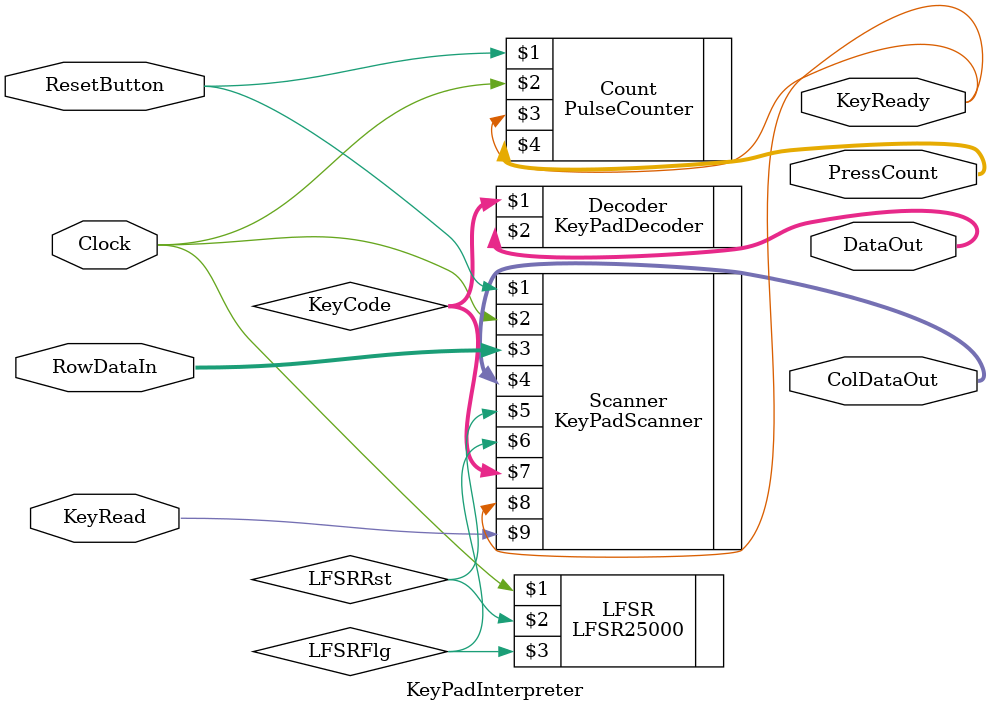
<source format=v>


// Verification Directory fv/KeyPadInterpreter 

module KeyPadInterpreter(Clock, ResetButton, KeyRead, RowDataIn,
     KeyReady, DataOut, ColDataOut, PressCount);
  input Clock, ResetButton, KeyRead;
  input [3:0] RowDataIn;
  output KeyReady;
  output [3:0] DataOut, ColDataOut, PressCount;
  wire Clock, ResetButton, KeyRead;
  wire [3:0] RowDataIn;
  wire KeyReady;
  wire [3:0] DataOut, ColDataOut, PressCount;
  wire [3:0] KeyCode;
  wire LFSRFlg, LFSRRst;
  PulseCounter Count(ResetButton, Clock, KeyReady, PressCount);
  KeyPadDecoder Decoder(KeyCode, DataOut);
  LFSR25000 LFSR(Clock, LFSRRst, LFSRFlg);
  KeyPadScanner Scanner(ResetButton, Clock, RowDataIn, ColDataOut,
       LFSRRst, LFSRFlg, KeyCode, KeyReady, KeyRead);
endmodule


</source>
